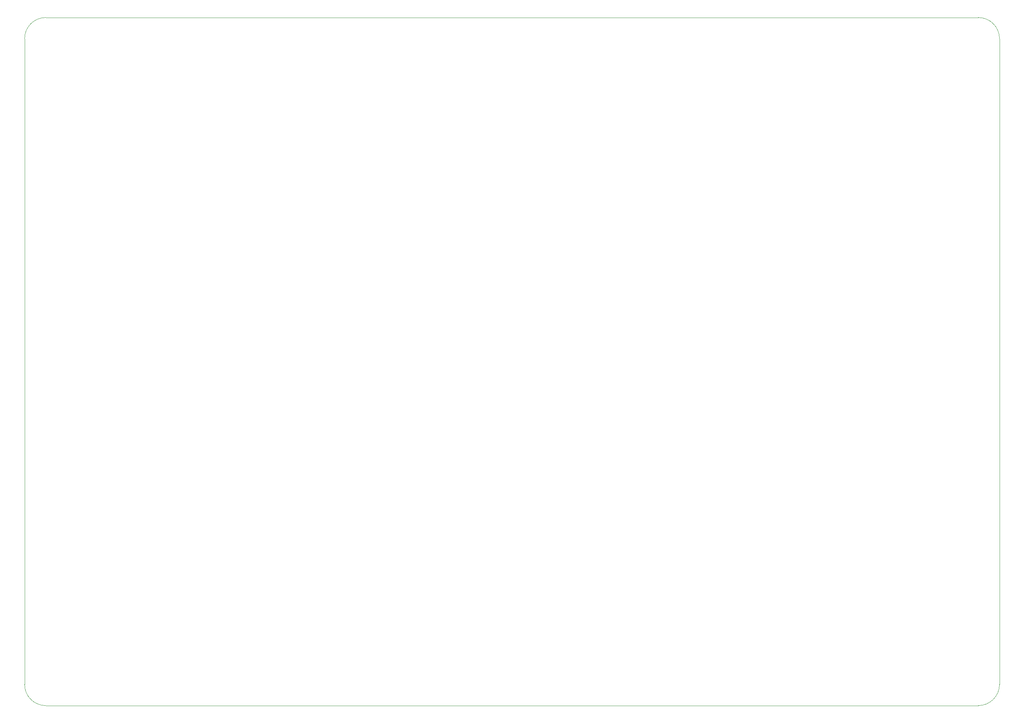
<source format=gbr>
%TF.GenerationSoftware,KiCad,Pcbnew,(5.99.0-2358-g6d8fb94d8)*%
%TF.CreationDate,2020-10-18T12:13:38+08:00*%
%TF.ProjectId,Retro6502,52657472-6f36-4353-9032-2e6b69636164,rev?*%
%TF.SameCoordinates,Original*%
%TF.FileFunction,Profile,NP*%
%FSLAX46Y46*%
G04 Gerber Fmt 4.6, Leading zero omitted, Abs format (unit mm)*
G04 Created by KiCad (PCBNEW (5.99.0-2358-g6d8fb94d8)) date 2020-10-18 12:13:38*
%MOMM*%
%LPD*%
G01*
G04 APERTURE LIST*
%TA.AperFunction,Profile*%
%ADD10C,0.100000*%
%TD*%
G04 APERTURE END LIST*
D10*
X12700000Y-175260000D02*
X12700000Y-20320000D01*
X241300000Y-180340000D02*
X17780000Y-180340000D01*
X246380000Y-20320000D02*
X246380000Y-175260000D01*
X17780000Y-15240000D02*
X241300000Y-15240000D01*
X17780000Y-15240000D02*
G75*
G03*
X12700000Y-20320000I0J-5080000D01*
G01*
X17780000Y-180340000D02*
G75*
G02*
X12700000Y-175260000I0J5080000D01*
G01*
X246380000Y-20320000D02*
G75*
G03*
X241300000Y-15240000I-5080000J0D01*
G01*
X241300000Y-180340000D02*
G75*
G03*
X246380000Y-175260000I0J5080000D01*
G01*
M02*

</source>
